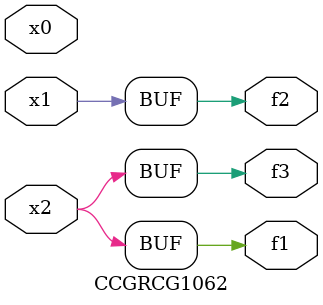
<source format=v>
module CCGRCG1062(
	input x0, x1, x2,
	output f1, f2, f3
);
	assign f1 = x2;
	assign f2 = x1;
	assign f3 = x2;
endmodule

</source>
